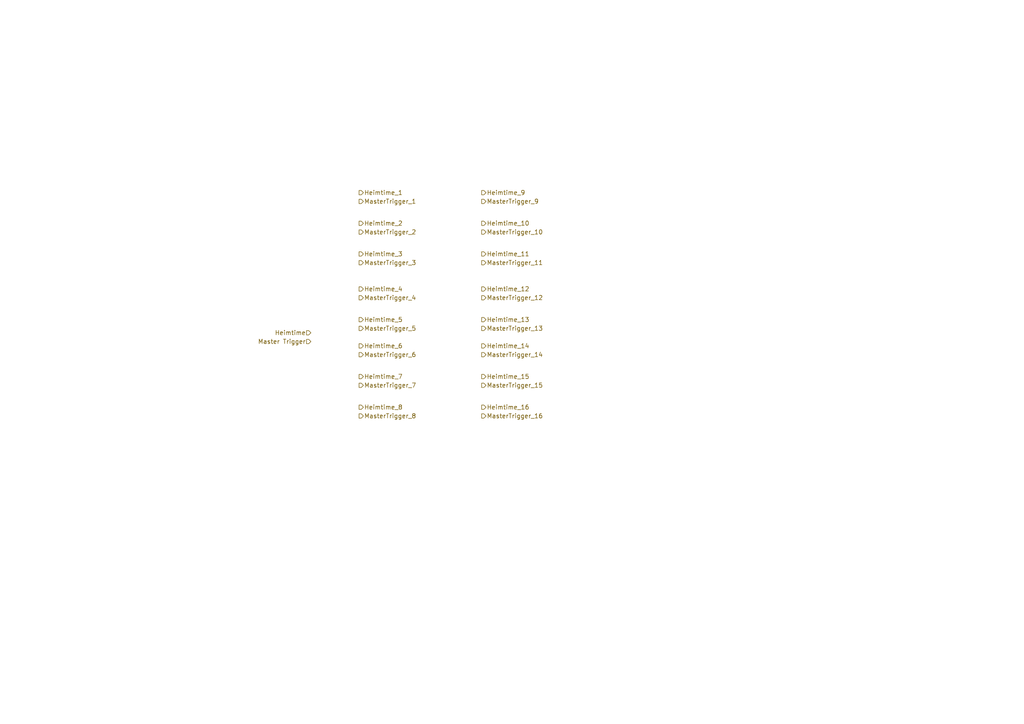
<source format=kicad_sch>
(kicad_sch
	(version 20250114)
	(generator "eeschema")
	(generator_version "9.0")
	(uuid "67c8cfef-8c64-4723-8a7c-494dfa83cbb2")
	(paper "A4")
	(lib_symbols)
	(hierarchical_label "MasterTrigger_10"
		(shape output)
		(at 139.7 67.31 0)
		(effects
			(font
				(size 1.27 1.27)
			)
			(justify left)
		)
		(uuid "11e57040-5cb5-486c-af0c-c2ea79a68027")
	)
	(hierarchical_label "Heimtime_2"
		(shape output)
		(at 104.14 64.77 0)
		(effects
			(font
				(size 1.27 1.27)
			)
			(justify left)
		)
		(uuid "1447b4a7-4c69-4893-a690-e2d71cd702d3")
	)
	(hierarchical_label "Heimtime_9"
		(shape output)
		(at 139.7 55.88 0)
		(effects
			(font
				(size 1.27 1.27)
			)
			(justify left)
		)
		(uuid "1d14e881-b8d4-4055-90d2-80efc362a51b")
	)
	(hierarchical_label "MasterTrigger_8"
		(shape output)
		(at 104.14 120.65 0)
		(effects
			(font
				(size 1.27 1.27)
			)
			(justify left)
		)
		(uuid "1db56c2c-ee32-41ca-8cbc-50ec8fd34e8c")
	)
	(hierarchical_label "Heimtime"
		(shape input)
		(at 90.17 96.52 180)
		(effects
			(font
				(size 1.27 1.27)
			)
			(justify right)
		)
		(uuid "2a5915f9-5875-4774-9735-81c5f2109eff")
	)
	(hierarchical_label "Master Trigger"
		(shape input)
		(at 90.17 99.06 180)
		(effects
			(font
				(size 1.27 1.27)
			)
			(justify right)
		)
		(uuid "2c358521-7622-492e-823a-468764a3b6f0")
	)
	(hierarchical_label "MasterTrigger_6"
		(shape output)
		(at 104.14 102.87 0)
		(effects
			(font
				(size 1.27 1.27)
			)
			(justify left)
		)
		(uuid "33691497-d32f-445b-b957-7fa635179e56")
	)
	(hierarchical_label "MasterTrigger_14"
		(shape output)
		(at 139.7 102.87 0)
		(effects
			(font
				(size 1.27 1.27)
			)
			(justify left)
		)
		(uuid "3ea02def-5f90-41a9-8ca0-0c1b3edb5fb2")
	)
	(hierarchical_label "Heimtime_11"
		(shape output)
		(at 139.7 73.66 0)
		(effects
			(font
				(size 1.27 1.27)
			)
			(justify left)
		)
		(uuid "4abadda0-a9e4-416f-a135-1bb761e377d5")
	)
	(hierarchical_label "Heimtime_8"
		(shape output)
		(at 104.14 118.11 0)
		(effects
			(font
				(size 1.27 1.27)
			)
			(justify left)
		)
		(uuid "4f268335-fb5a-4005-a8cc-e4fc5513c73f")
	)
	(hierarchical_label "Heimtime_3"
		(shape output)
		(at 104.14 73.66 0)
		(effects
			(font
				(size 1.27 1.27)
			)
			(justify left)
		)
		(uuid "57d84514-a9bf-484d-b5c2-9751f36e3162")
	)
	(hierarchical_label "Heimtime_5"
		(shape output)
		(at 104.14 92.71 0)
		(effects
			(font
				(size 1.27 1.27)
			)
			(justify left)
		)
		(uuid "5d0d3b61-9930-4c6e-b034-19b721264e91")
	)
	(hierarchical_label "MasterTrigger_7"
		(shape output)
		(at 104.14 111.76 0)
		(effects
			(font
				(size 1.27 1.27)
			)
			(justify left)
		)
		(uuid "5f9e06d1-c4ed-41d1-86cc-973f3e736e01")
	)
	(hierarchical_label "MasterTrigger_5"
		(shape output)
		(at 104.14 95.25 0)
		(effects
			(font
				(size 1.27 1.27)
			)
			(justify left)
		)
		(uuid "642f3fb6-5f2e-48b5-9905-817561d36f93")
	)
	(hierarchical_label "Heimtime_6"
		(shape output)
		(at 104.14 100.33 0)
		(effects
			(font
				(size 1.27 1.27)
			)
			(justify left)
		)
		(uuid "65488728-1a37-4248-b5ac-44f5735e502b")
	)
	(hierarchical_label "Heimtime_7"
		(shape output)
		(at 104.14 109.22 0)
		(effects
			(font
				(size 1.27 1.27)
			)
			(justify left)
		)
		(uuid "6b72f0d0-50e3-45aa-8fbe-1806e611d838")
	)
	(hierarchical_label "MasterTrigger_3"
		(shape output)
		(at 104.14 76.2 0)
		(effects
			(font
				(size 1.27 1.27)
			)
			(justify left)
		)
		(uuid "6c8763b5-287f-47ed-83d3-7103d1cd420b")
	)
	(hierarchical_label "MasterTrigger_11"
		(shape output)
		(at 139.7 76.2 0)
		(effects
			(font
				(size 1.27 1.27)
			)
			(justify left)
		)
		(uuid "765cf1e8-2eca-4805-8fdb-f617ef625e22")
	)
	(hierarchical_label "Heimtime_14"
		(shape output)
		(at 139.7 100.33 0)
		(effects
			(font
				(size 1.27 1.27)
			)
			(justify left)
		)
		(uuid "8ba09dbe-ecd3-4b36-8ec1-625f9c2434a1")
	)
	(hierarchical_label "MasterTrigger_12"
		(shape output)
		(at 139.7 86.36 0)
		(effects
			(font
				(size 1.27 1.27)
			)
			(justify left)
		)
		(uuid "9d80b566-09e0-4c49-aecb-15c4e6cea843")
	)
	(hierarchical_label "MasterTrigger_4"
		(shape output)
		(at 104.14 86.36 0)
		(effects
			(font
				(size 1.27 1.27)
			)
			(justify left)
		)
		(uuid "a30ca063-71ec-4927-b683-7e331a06d816")
	)
	(hierarchical_label "Heimtime_4"
		(shape output)
		(at 104.14 83.82 0)
		(effects
			(font
				(size 1.27 1.27)
			)
			(justify left)
		)
		(uuid "a4b2cf66-5055-43ac-a863-d9e81b547816")
	)
	(hierarchical_label "Heimtime_16"
		(shape output)
		(at 139.7 118.11 0)
		(effects
			(font
				(size 1.27 1.27)
			)
			(justify left)
		)
		(uuid "a7045ac7-fe5c-4e77-bf26-1d5c59c98206")
	)
	(hierarchical_label "Heimtime_12"
		(shape output)
		(at 139.7 83.82 0)
		(effects
			(font
				(size 1.27 1.27)
			)
			(justify left)
		)
		(uuid "adeb3bb0-348d-47ff-91d6-d477e419c2f9")
	)
	(hierarchical_label "MasterTrigger_15"
		(shape output)
		(at 139.7 111.76 0)
		(effects
			(font
				(size 1.27 1.27)
			)
			(justify left)
		)
		(uuid "af421433-850b-46ba-9266-147db62fe419")
	)
	(hierarchical_label "Heimtime_15"
		(shape output)
		(at 139.7 109.22 0)
		(effects
			(font
				(size 1.27 1.27)
			)
			(justify left)
		)
		(uuid "b1ac3f00-71da-4c8f-9920-44fc9336f88d")
	)
	(hierarchical_label "MasterTrigger_1"
		(shape output)
		(at 104.14 58.42 0)
		(effects
			(font
				(size 1.27 1.27)
			)
			(justify left)
		)
		(uuid "c0e9a2ba-a0d6-4be4-ba54-ef93ccd1cec0")
	)
	(hierarchical_label "MasterTrigger_13"
		(shape output)
		(at 139.7 95.25 0)
		(effects
			(font
				(size 1.27 1.27)
			)
			(justify left)
		)
		(uuid "c3c5dcec-e24c-4698-bf42-f6a2c8bdfd3c")
	)
	(hierarchical_label "MasterTrigger_16"
		(shape output)
		(at 139.7 120.65 0)
		(effects
			(font
				(size 1.27 1.27)
			)
			(justify left)
		)
		(uuid "ce92f2e6-717a-4c28-b799-164fa7f02a7f")
	)
	(hierarchical_label "Heimtime_10"
		(shape output)
		(at 139.7 64.77 0)
		(effects
			(font
				(size 1.27 1.27)
			)
			(justify left)
		)
		(uuid "dfea8d06-ef76-4a4f-ad41-39792a4dbbc2")
	)
	(hierarchical_label "MasterTrigger_2"
		(shape output)
		(at 104.14 67.31 0)
		(effects
			(font
				(size 1.27 1.27)
			)
			(justify left)
		)
		(uuid "e196ee72-1f39-476f-9ac4-44631b274b8e")
	)
	(hierarchical_label "Heimtime_1"
		(shape output)
		(at 104.14 55.88 0)
		(effects
			(font
				(size 1.27 1.27)
			)
			(justify left)
		)
		(uuid "eddcb4c3-5833-4de5-b65e-738ecb38cb1c")
	)
	(hierarchical_label "Heimtime_13"
		(shape output)
		(at 139.7 92.71 0)
		(effects
			(font
				(size 1.27 1.27)
			)
			(justify left)
		)
		(uuid "f0fc2de6-22ca-44fd-b5c5-9386d4efb647")
	)
	(hierarchical_label "MasterTrigger_9"
		(shape output)
		(at 139.7 58.42 0)
		(effects
			(font
				(size 1.27 1.27)
			)
			(justify left)
		)
		(uuid "f2f8c1ce-574a-4c96-90aa-5cf1e7ef40ec")
	)
)

</source>
